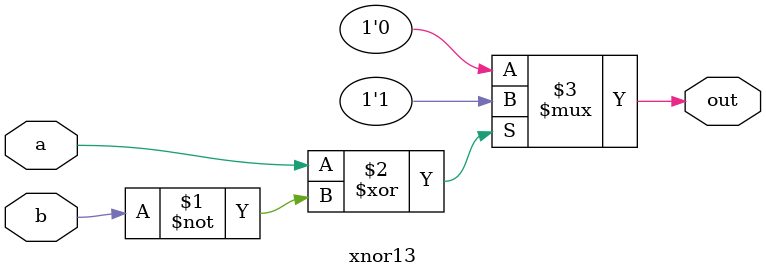
<source format=v>
module xnor13 (
    input wire a,
    input wire b,
    output wire out
);

assign out = (a ^ b == 1'b0) ? 1'b1 : 1'b0;

endmodule

</source>
